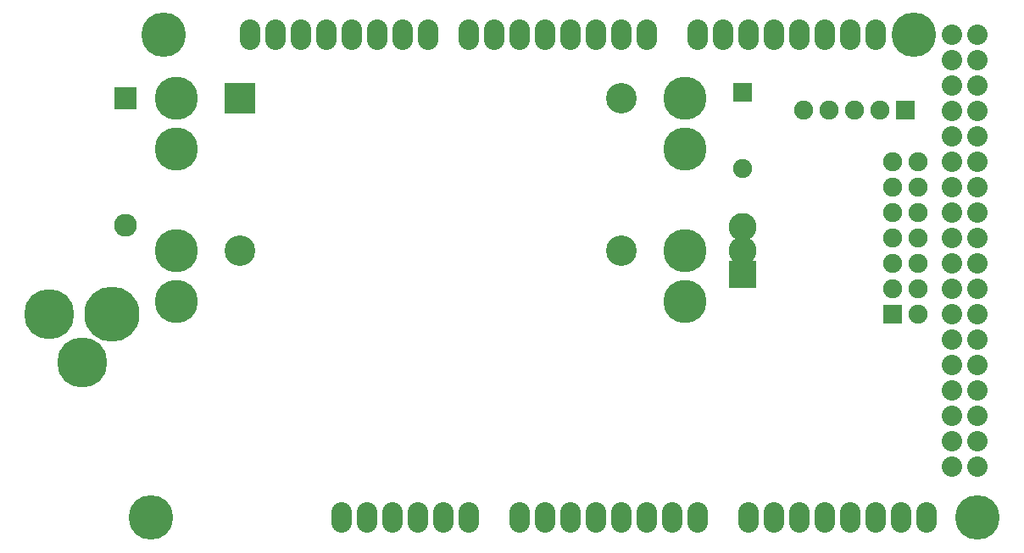
<source format=gbs>
G04 (created by PCBNEW (2012-oct-18)-testing) date Thu 22 Nov 2012 17:08:32 GMT*
%MOIN*%
G04 Gerber Fmt 3.4, Leading zero omitted, Abs format*
%FSLAX34Y34*%
G01*
G70*
G90*
G04 APERTURE LIST*
%ADD10C,2.3622e-06*%
%ADD11C,0.17*%
%ADD12C,0.09*%
%ADD13R,0.09X0.09*%
%ADD14R,0.075X0.075*%
%ADD15C,0.075*%
%ADD16C,0.11*%
%ADD17R,0.11X0.11*%
%ADD18R,0.12X0.12*%
%ADD19C,0.12*%
%ADD20O,0.08X0.12*%
%ADD21C,0.175*%
%ADD22C,0.08*%
%ADD23C,0.21685*%
%ADD24C,0.197165*%
G04 APERTURE END LIST*
G54D10*
G54D11*
X37500Y-34500D03*
X37500Y-32500D03*
X37500Y-28500D03*
X37500Y-26500D03*
X57500Y-26500D03*
X57500Y-28500D03*
X57500Y-32500D03*
X57500Y-34500D03*
G54D12*
X35500Y-31500D03*
G54D13*
X35500Y-26500D03*
G54D14*
X59750Y-26250D03*
G54D15*
X59750Y-29250D03*
G54D16*
X59750Y-31559D03*
X59750Y-32500D03*
G54D17*
X59750Y-33441D03*
G54D14*
X65650Y-35000D03*
G54D15*
X65650Y-34000D03*
X65650Y-33000D03*
X65650Y-32000D03*
X65650Y-31000D03*
X65650Y-30000D03*
X65650Y-29000D03*
X66650Y-29000D03*
X66650Y-30000D03*
X66650Y-31000D03*
X66650Y-32000D03*
X66650Y-33000D03*
X66650Y-34000D03*
X66650Y-35000D03*
G54D18*
X40000Y-26500D03*
G54D19*
X40000Y-32500D03*
X55000Y-32500D03*
X55000Y-26500D03*
G54D14*
X66150Y-26950D03*
G54D15*
X65150Y-26950D03*
X64150Y-26950D03*
X63150Y-26950D03*
X62150Y-26950D03*
G54D20*
X58000Y-24000D03*
X59000Y-24000D03*
X60000Y-24000D03*
X61000Y-24000D03*
X62000Y-24000D03*
X63000Y-24000D03*
X64000Y-24000D03*
X65000Y-24000D03*
X67000Y-43000D03*
X66000Y-43000D03*
X65000Y-43000D03*
X64000Y-43000D03*
X60000Y-43000D03*
X58000Y-43000D03*
X57000Y-43000D03*
X61000Y-43000D03*
X62000Y-43000D03*
X63000Y-43000D03*
X56000Y-43000D03*
X55000Y-43000D03*
X54000Y-43000D03*
X51000Y-43000D03*
X52000Y-43000D03*
X53000Y-43000D03*
X49000Y-43000D03*
X48000Y-43000D03*
X47000Y-43000D03*
X45000Y-43000D03*
X44000Y-43000D03*
X56000Y-24000D03*
X55000Y-24000D03*
X54000Y-24000D03*
X53000Y-24000D03*
X52000Y-24000D03*
X51000Y-24000D03*
X50000Y-24000D03*
X49000Y-24000D03*
X47400Y-24000D03*
X46400Y-24000D03*
X45400Y-24000D03*
X44400Y-24000D03*
X43400Y-24000D03*
X42400Y-24000D03*
X41400Y-24000D03*
X40400Y-24000D03*
X46000Y-43000D03*
G54D21*
X69000Y-43000D03*
X66500Y-24000D03*
X37000Y-24000D03*
X36500Y-43000D03*
G54D22*
X68000Y-25000D03*
X69000Y-25000D03*
X68000Y-26000D03*
X69000Y-26000D03*
X68000Y-27000D03*
X69000Y-27000D03*
X68000Y-28000D03*
X69000Y-28000D03*
X68000Y-24000D03*
X69000Y-24000D03*
X69000Y-29000D03*
X68000Y-29000D03*
X68000Y-30000D03*
X69000Y-30000D03*
X68000Y-31000D03*
X69000Y-31000D03*
X68000Y-32000D03*
X69000Y-32000D03*
X68000Y-33000D03*
X69000Y-33000D03*
X68000Y-34000D03*
X69000Y-34000D03*
X68000Y-35000D03*
X69000Y-35000D03*
X68000Y-36000D03*
X69000Y-36000D03*
X68000Y-37000D03*
X69000Y-37000D03*
X68000Y-38000D03*
X69000Y-38000D03*
X68000Y-39000D03*
X69000Y-39000D03*
X68000Y-40000D03*
X69000Y-40000D03*
X68000Y-41000D03*
X69000Y-41000D03*
G54D23*
X34960Y-35000D03*
G54D24*
X32500Y-35000D03*
X33779Y-36889D03*
M02*

</source>
